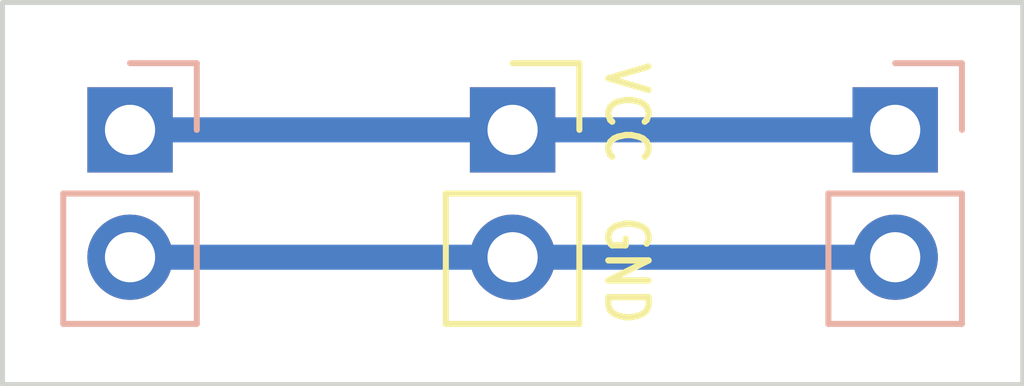
<source format=kicad_pcb>
(kicad_pcb (version 20221018) (generator pcbnew)
  (layers (0 "F.Cu" signal) (31 "B.Cu" signal) (34 "B.Paste" user) (35 "F.Paste" user) (36 "B.SilkS" user "B.Silkscreen") (37 "F.SilkS" user "F.Silkscreen") (38 "B.Mask" user) (39 "F.Mask" user) (44 "Edge.Cuts" user))
  (net 0 "")
  (net 1 "VCC")
  (net 2 "GNDREF")
  (footprint "Connector_PinSocket_2.54mm:PinSocket_1x02_P2.54mm_Vertical" (layer "F.Cu") (at 53.34 43.18)
    (fp_text reference "J1" hide)
    (fp_text value "Power" hide)
    (fp_line (start -1.33 1.27) (end -1.33 3.87) (stroke (width 0.12)) (layer "F.SilkS"))
    (fp_line (start -1.33 1.27) (end 1.33 1.27) (stroke (width 0.12)) (layer "F.SilkS"))
    (fp_line (start -1.33 3.87) (end 1.33 3.87) (stroke (width 0.12)) (layer "F.SilkS"))
    (fp_line (start 0 -1.33) (end 1.33 -1.33) (stroke (width 0.12)) (layer "F.SilkS"))
    (fp_line (start 1.33 -1.33) (end 1.33 0) (stroke (width 0.12)) (layer "F.SilkS"))
    (fp_line (start 1.33 1.27) (end 1.33 3.87) (stroke (width 0.12)) (layer "F.SilkS"))
    (pad "1" thru_hole rect (at 0 0) (size 1.7 1.7) (drill 1) (layers "*.Cu" "*.Mask") (net 1 "VCC"))
    (pad "2" thru_hole oval (at 0 2.54) (size 1.7 1.7) (drill 1) (layers "*.Cu" "*.Mask") (net 2 "GNDREF"))
  )
  (footprint "Connector_PinHeader_2.54mm:PinHeader_1x02_P2.54mm_Vertical" (layer "B.Cu") (at 60.96 43.18 180)
    (fp_text reference "J3" hide)
    (fp_text value "Power" hide)
    (fp_line (start -1.33 -3.87) (end 1.33 -3.87) (stroke (width 0.12)) (layer "B.SilkS"))
    (fp_line (start -1.33 -1.27) (end -1.33 -3.87) (stroke (width 0.12)) (layer "B.SilkS"))
    (fp_line (start -1.33 -1.27) (end 1.33 -1.27) (stroke (width 0.12)) (layer "B.SilkS"))
    (fp_line (start -1.33 0) (end -1.33 1.33) (stroke (width 0.12)) (layer "B.SilkS"))
    (fp_line (start -1.33 1.33) (end 0 1.33) (stroke (width 0.12)) (layer "B.SilkS"))
    (fp_line (start 1.33 -1.27) (end 1.33 -3.87) (stroke (width 0.12)) (layer "B.SilkS"))
    (pad "1" thru_hole rect (at 0 0 180) (size 1.7 1.7) (drill 1) (layers "*.Cu" "*.Mask") (net 1 "VCC"))
    (pad "2" thru_hole oval (at 0 -2.54 180) (size 1.7 1.7) (drill 1) (layers "*.Cu" "*.Mask") (net 2 "GNDREF"))
  )
  (footprint "Connector_PinHeader_2.54mm:PinHeader_1x02_P2.54mm_Vertical" (layer "B.Cu") (at 45.72 43.18 180)
    (fp_text reference "J2" hide)
    (fp_text value "Power" hide)
    (fp_line (start -1.33 -3.87) (end 1.33 -3.87) (stroke (width 0.12)) (layer "B.SilkS"))
    (fp_line (start -1.33 -1.27) (end -1.33 -3.87) (stroke (width 0.12)) (layer "B.SilkS"))
    (fp_line (start -1.33 -1.27) (end 1.33 -1.27) (stroke (width 0.12)) (layer "B.SilkS"))
    (fp_line (start -1.33 0) (end -1.33 1.33) (stroke (width 0.12)) (layer "B.SilkS"))
    (fp_line (start -1.33 1.33) (end 0 1.33) (stroke (width 0.12)) (layer "B.SilkS"))
    (fp_line (start 1.33 -1.27) (end 1.33 -3.87) (stroke (width 0.12)) (layer "B.SilkS"))
    (pad "1" thru_hole rect (at 0 0 180) (size 1.7 1.7) (drill 1) (layers "*.Cu" "*.Mask") (net 1 "VCC"))
    (pad "2" thru_hole oval (at 0 -2.54 180) (size 1.7 1.7) (drill 1) (layers "*.Cu" "*.Mask") (net 2 "GNDREF"))
  )
  (gr_rect (start 43.18 40.64) (end 63.5 48.26) (stroke (width 0.1)) (fill none) (layer "Edge.Cuts"))
  (gr_text "VCC  GND" (at 55.1434 44.45 270) (layer "F.SilkS") (effects (font (size 0.8 0.7) (thickness 0.125) bold) (justify bottom)))
  (segment (start 45.72 43.18) (end 60.96 43.18) (width 0.5) (layer "B.Cu") (net 1))
  (segment (start 45.72 45.72) (end 60.96 45.72) (width 0.5) (layer "B.Cu") (net 2))
)
</source>
